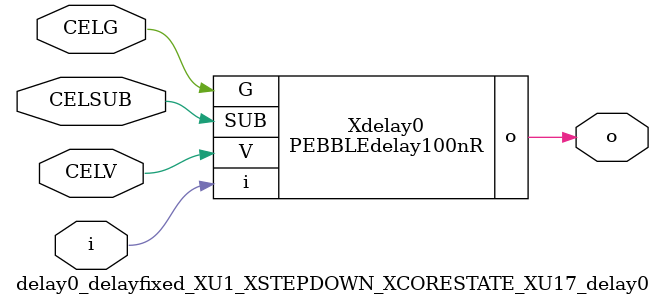
<source format=v>



module PEBBLEdelay100nR ( o, V, G, i, SUB );

  input V;
  input i;
  input G;
  output o;
  input SUB;
endmodule

//Celera Confidential Do Not Copy delay0_delayfixed_XU1_XSTEPDOWN_XCORESTATE_XU17_delay0
//TYPE: fixed 100ns
module delay0_delayfixed_XU1_XSTEPDOWN_XCORESTATE_XU17_delay0 (i, CELV, o,
CELG,CELSUB);
input CELV;
input i;
output o;
input CELSUB;
input CELG;

//Celera Confidential Do Not Copy delayfast0
PEBBLEdelay100nR Xdelay0(
.V (CELV),
.i (i),
.o (o),
.G (CELG),
.SUB (CELSUB)
);
//,diesize,PEBBLEdelay100nR

//Celera Confidential Do Not Copy Module End
//Celera Schematic Generator
endmodule

</source>
